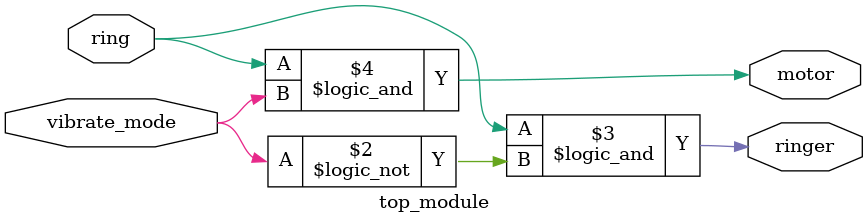
<source format=sv>
module top_module(
	input wire ring, 
	input wire vibrate_mode,
	output reg ringer,
	output reg motor
);

	always @(*) begin
		ringer = ring && !vibrate_mode;
		motor = ring && vibrate_mode;
	end

endmodule

</source>
